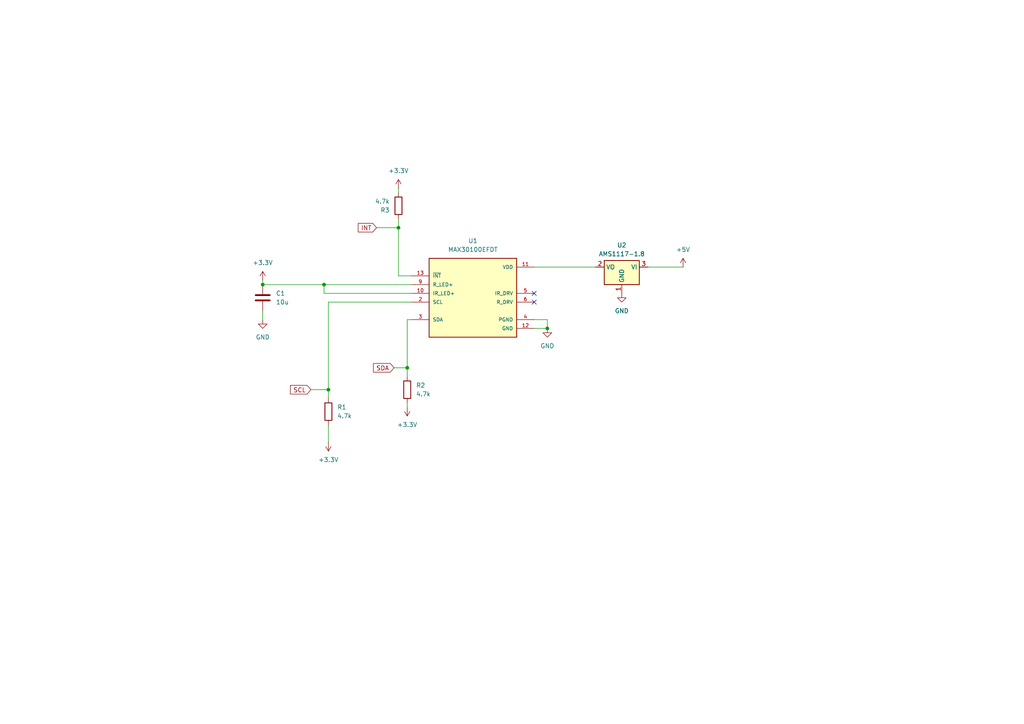
<source format=kicad_sch>
(kicad_sch (version 20250114) (generator "eeschema") (generator_version "9.0")
  (paper "A4")
  (title_block (title "MAX30100_application_circuit") (date "2025-09-10") (rev "0.1.0") (company "Stan's Technologies"))
  (lib_symbols
    (symbol "Device:C" (pin_numbers (hide yes)) (pin_names (offset 0.254))
      (property "Reference" "C" (at 0.635 2.54 0))
      (property "Value" "C" (at 0.635 -2.54 0))
      (symbol "C_0_1"
        (polyline (pts (xy -2.032 0.762) (xy 2.032 0.762)) (stroke (width 0.508)))
        (polyline (pts (xy -2.032 -0.762) (xy 2.032 -0.762)) (stroke (width 0.508)))
      )
      (symbol "C_1_1"
        (pin passive line (at 0 3.81 270) (length 2.794) (name "~") (number "1"))
        (pin passive line (at 0 -3.81 90) (length 2.794) (name "~") (number "2"))
      )
    )
    (symbol "Device:R" (pin_numbers (hide yes)) (pin_names (offset 0))
      (property "Reference" "R" (at 2.032 0 90))
      (property "Value" "R" (at 0 0 90))
      (symbol "R_0_1"
        (rectangle (start -1.016 -2.54) (end 1.016 2.54) (stroke (width 0.254)))
      )
      (symbol "R_1_1"
        (pin passive line (at 0 3.81 270) (length 1.27) (name "~") (number "1"))
        (pin passive line (at 0 -3.81 90) (length 1.27) (name "~") (number "2"))
      )
    )
    (symbol "MAX30100EFDT:MAX30100EFDT" (pin_names (offset 1.016))
      (property "Reference" "U" (at -12.7035 11.4332 0))
      (property "Value" "MAX30100EFDT" (at -12.7055 -13.9761 0))
      (symbol "MAX30100EFDT_0_0"
        (rectangle (start -12.7 -11.43) (end 12.7 11.43) (stroke (width 0.254)) (fill (type background)))
        (pin input line (at -17.78 6.35 0) (length 5.08) (name "~{INT}") (number "13"))
        (pin input line (at -17.78 3.81 0) (length 5.08) (name "R_LED+") (number "9"))
        (pin input line (at -17.78 1.27 0) (length 5.08) (name "IR_LED+") (number "10"))
        (pin input line (at -17.78 -1.27 0) (length 5.08) (name "SCL") (number "2"))
        (pin bidirectional line (at -17.78 -6.35 0) (length 5.08) (name "SDA") (number "3"))
        (pin power_in line (at 17.78 8.89 180) (length 5.08) (name "VDD") (number "11"))
        (pin passive line (at 17.78 1.27 180) (length 5.08) (name "IR_DRV") (number "5"))
        (pin passive line (at 17.78 -1.27 180) (length 5.08) (name "R_DRV") (number "6"))
        (pin passive line (at 17.78 -6.35 180) (length 5.08) (name "PGND") (number "4"))
        (pin passive line (at 17.78 -8.89 180) (length 5.08) (name "GND") (number "12"))
      )
    )
    (symbol "Regulator_Linear:AMS1117-1.8"
      (property "Reference" "U" (at -3.81 3.175 0))
      (property "Value" "AMS1117-1.8" (at 0 3.175 0))
      (symbol "AMS1117-1.8_0_1"
        (rectangle (start -5.08 -5.08) (end 5.08 1.905) (stroke (width 0.254)) (fill (type background)))
      )
      (symbol "AMS1117-1.8_1_1"
        (pin power_in line (at -7.62 0 0) (length 2.54) (name "VI") (number "3"))
        (pin power_in line (at 0 -7.62 90) (length 2.54) (name "GND") (number "1"))
        (pin power_out line (at 7.62 0 180) (length 2.54) (name "VO") (number "2"))
      )
    )
    (symbol "power:+3.3V" (power) (pin_numbers (hide yes)) (pin_names (offset 0) (hide yes))
      (property "Value" "+3.3V" (at 0 3.556 0))
      (symbol "+3.3V_0_1"
        (polyline (pts (xy -0.762 1.27) (xy 0 2.54)))
        (polyline (pts (xy 0 2.54) (xy 0.762 1.27)))
        (polyline (pts (xy 0 0) (xy 0 2.54)))
      )
      (symbol "+3.3V_1_1"
        (pin power_in line (at 0 0 90) (length 0) (name "~") (number "1"))
      )
    )
    (symbol "power:+5V" (power) (pin_numbers (hide yes)) (pin_names (offset 0) (hide yes))
      (property "Value" "+5V" (at 0 3.556 0))
      (symbol "+5V_0_1"
        (polyline (pts (xy -0.762 1.27) (xy 0 2.54)))
        (polyline (pts (xy 0 2.54) (xy 0.762 1.27)))
        (polyline (pts (xy 0 0) (xy 0 2.54)))
      )
      (symbol "+5V_1_1"
        (pin power_in line (at 0 0 90) (length 0) (name "~") (number "1"))
      )
    )
    (symbol "power:GND" (power) (pin_numbers (hide yes)) (pin_names (offset 0) (hide yes))
      (property "Value" "GND" (at 0 -3.81 0))
      (symbol "GND_0_1"
        (polyline (pts (xy 0 0) (xy 0 -1.27) (xy 1.27 -1.27) (xy 0 -2.54) (xy -1.27 -1.27) (xy 0 -1.27)))
      )
      (symbol "GND_1_1"
        (pin power_in line (at 0 0 270) (length 0) (name "~") (number "1"))
      )
    )
  )
  (junction (at 93.98 82.55))
  (junction (at 76.2 82.55))
  (junction (at 158.75 95.25))
  (junction (at 118.11 106.68))
  (junction (at 95.25 113.03))
  (junction (at 115.57 66.04))
  (no_connect (at 154.94 87.63))
  (no_connect (at 154.94 85.09))
  (wire (pts (xy 119.38 87.63) (xy 95.25 87.63)))
  (wire (pts (xy 76.2 90.17) (xy 76.2 92.71)))
  (wire (pts (xy 119.38 85.09) (xy 93.98 85.09)))
  (wire (pts (xy 187.96 77.47) (xy 198.12 77.47)))
  (wire (pts (xy 119.38 82.55) (xy 93.98 82.55)))
  (wire (pts (xy 109.22 66.04) (xy 115.57 66.04)))
  (wire (pts (xy 118.11 92.71) (xy 118.11 106.68)))
  (wire (pts (xy 118.11 109.22) (xy 118.11 106.68)))
  (wire (pts (xy 93.98 82.55) (xy 76.2 82.55)))
  (wire (pts (xy 95.25 87.63) (xy 95.25 113.03)))
  (wire (pts (xy 115.57 66.04) (xy 115.57 80.01)))
  (wire (pts (xy 154.94 92.71) (xy 158.75 92.71)))
  (wire (pts (xy 114.3 106.68) (xy 118.11 106.68)))
  (wire (pts (xy 158.75 92.71) (xy 158.75 95.25)))
  (wire (pts (xy 95.25 115.57) (xy 95.25 113.03)))
  (wire (pts (xy 115.57 63.5) (xy 115.57 66.04)))
  (wire (pts (xy 90.17 113.03) (xy 95.25 113.03)))
  (wire (pts (xy 115.57 55.88) (xy 115.57 54.61)))
  (wire (pts (xy 119.38 92.71) (xy 118.11 92.71)))
  (wire (pts (xy 118.11 116.84) (xy 118.11 118.11)))
  (wire (pts (xy 76.2 81.28) (xy 76.2 82.55)))
  (wire (pts (xy 95.25 123.19) (xy 95.25 128.27)))
  (wire (pts (xy 154.94 95.25) (xy 158.75 95.25)))
  (wire (pts (xy 172.72 77.47) (xy 154.94 77.47)))
  (wire (pts (xy 119.38 80.01) (xy 115.57 80.01)))
  (wire (pts (xy 93.98 85.09) (xy 93.98 82.55)))
  (global_label "SDA" (shape input) (at 114.3 106.68 180) (property "Intersheetrefs" "${INTERSHEET_REFS}" (effects (hide yes))))
  (global_label "INT" (shape input) (at 109.22 66.04 180) (property "Intersheetrefs" "${INTERSHEET_REFS}" (effects (hide yes))))
  (global_label "SCL" (shape input) (at 90.17 113.03 180) (property "Intersheetrefs" "${INTERSHEET_REFS}" (effects (hide yes))))
  (symbol (lib_id "power:+3.3V") (at 95.25 128.27 180) (unit 1)
    (property "Reference" "#PWR01" (effects (hide yes)))
    (property "Value" "+3.3V" (at 95.25 133.35 0))
    (property "Description" "Power symbol creates a global label with name \"+3.3V\"" (effects (hide yes)))
  )
  (symbol (lib_id "MAX30100EFDT:MAX30100EFDT") (at 137.16 86.36 0) (unit 1)
    (property "Reference" "U1" (at 137.16 69.85 0))
    (property "Value" "MAX30100EFDT" (at 137.16 72.39 0))
    (property "Footprint" "MAX30100EFDT:LGA14R80P2X7_560X280X130" (effects (hide yes)))
    (property "MF" "Analog Devices" (effects (hide yes)))
    (property "Description_1" "Biometric Sensors Integrated Optical Sensor" (effects (hide yes)))
    (property "Package" "None" (effects (hide yes)))
    (property "Price" "None" (effects (hide yes)))
    (property "Check_prices" "https://www.snapeda.com/parts/MAX30100EFD/Analog+Devices/view-part/?ref=eda" (effects (hide yes)))
    (property "SnapEDA_Link" "https://www.snapeda.com/parts/MAX30100EFD/Analog+Devices/view-part/?ref=snap" (effects (hide yes)))
    (property "MP" "MAX30100EFD" (effects (hide yes)))
    (property "Availability" "Not in stock" (effects (hide yes)))
    (property "MANUFACTURER" "Maxim Integrated" (effects (hide yes)))
  )
  (symbol (lib_id "power:GND") (at 76.2 92.71 0) (unit 1)
    (property "Reference" "#PWR04" (effects (hide yes)))
    (property "Value" "GND" (at 76.2 97.79 0))
    (property "Description" "Power symbol creates a global label with name \"GND\" , ground" (effects (hide yes)))
  )
  (symbol (lib_id "power:GND") (at 180.34 85.09 0) (unit 1)
    (property "Reference" "#PWR08" (effects (hide yes)))
    (property "Value" "GND" (at 180.34 90.17 0))
    (property "Description" "Power symbol creates a global label with name \"GND\" , ground" (effects (hide yes)))
  )
  (symbol (lib_id "power:GND") (at 158.75 95.25 0) (unit 1)
    (property "Reference" "#PWR06" (effects (hide yes)))
    (property "Value" "GND" (at 158.75 100.33 0))
    (property "Description" "Power symbol creates a global label with name \"GND\" , ground" (effects (hide yes)))
  )
  (symbol (lib_id "power:+3.3V") (at 115.57 54.61 0) (unit 1)
    (property "Reference" "#PWR03" (effects (hide yes)))
    (property "Value" "+3.3V" (at 115.57 49.53 0))
    (property "Description" "Power symbol creates a global label with name \"+3.3V\"" (effects (hide yes)))
  )
  (symbol (lib_id "Device:C") (at 76.2 86.36 0) (unit 1)
    (property "Reference" "C1" (at 80.01 85.0899 0) (effects (justify left)))
    (property "Value" "10u" (at 80.01 87.6299 0) (effects (justify left)))
    (property "Description" "Unpolarized capacitor" (effects (hide yes)))
  )
  (symbol (lib_id "power:+5V") (at 198.12 77.47 0) (unit 1)
    (property "Reference" "#PWR07" (effects (hide yes)))
    (property "Value" "+5V" (at 198.12 72.39 0))
    (property "Description" "Power symbol creates a global label with name \"+5V\"" (effects (hide yes)))
  )
  (symbol (lib_id "Device:R") (at 118.11 113.03 0) (unit 1)
    (property "Reference" "R2" (at 120.65 111.7599 0) (effects (justify left)))
    (property "Value" "4.7k" (at 120.65 114.2999 0) (effects (justify left)))
    (property "Description" "Resistor" (effects (hide yes)))
  )
  (symbol (lib_id "Regulator_Linear:AMS1117-1.8") (at 180.34 77.47 0) (mirror y) (unit 1)
    (property "Reference" "U2" (at 180.34 71.12 0))
    (property "Value" "AMS1117-1.8" (at 180.34 73.66 0))
    (property "Footprint" "Package_TO_SOT_SMD:SOT-223-3_TabPin2" (effects (hide yes)))
    (property "Datasheet" "http://www.advanced-monolithic.com/pdf/ds1117.pdf" (effects (hide yes)))
    (property "Description" "1A Low Dropout regulator, positive, 1.8V fixed output, SOT-223" (effects (hide yes)))
  )
  (symbol (lib_id "power:+3.3V") (at 76.2 81.28 0) (unit 1)
    (property "Reference" "#PWR05" (effects (hide yes)))
    (property "Value" "+3.3V" (at 76.2 76.2 0))
    (property "Description" "Power symbol creates a global label with name \"+3.3V\"" (effects (hide yes)))
  )
  (symbol (lib_id "Device:R") (at 115.57 59.69 180) (unit 1)
    (property "Reference" "R3" (at 113.03 60.9601 0) (effects (justify left)))
    (property "Value" "4.7k" (at 113.03 58.4201 0) (effects (justify left)))
    (property "Description" "Resistor" (effects (hide yes)))
  )
  (symbol (lib_id "Device:R") (at 95.25 119.38 0) (unit 1)
    (property "Reference" "R1" (at 97.79 118.1099 0) (effects (justify left)))
    (property "Value" "4.7k" (at 97.79 120.6499 0) (effects (justify left)))
    (property "Description" "Resistor" (effects (hide yes)))
  )
  (symbol (lib_id "power:+3.3V") (at 118.11 118.11 180) (unit 1)
    (property "Reference" "#PWR02" (effects (hide yes)))
    (property "Value" "+3.3V" (at 118.11 123.19 0))
    (property "Description" "Power symbol creates a global label with name \"+3.3V\"" (effects (hide yes)))
  )
)
</source>
